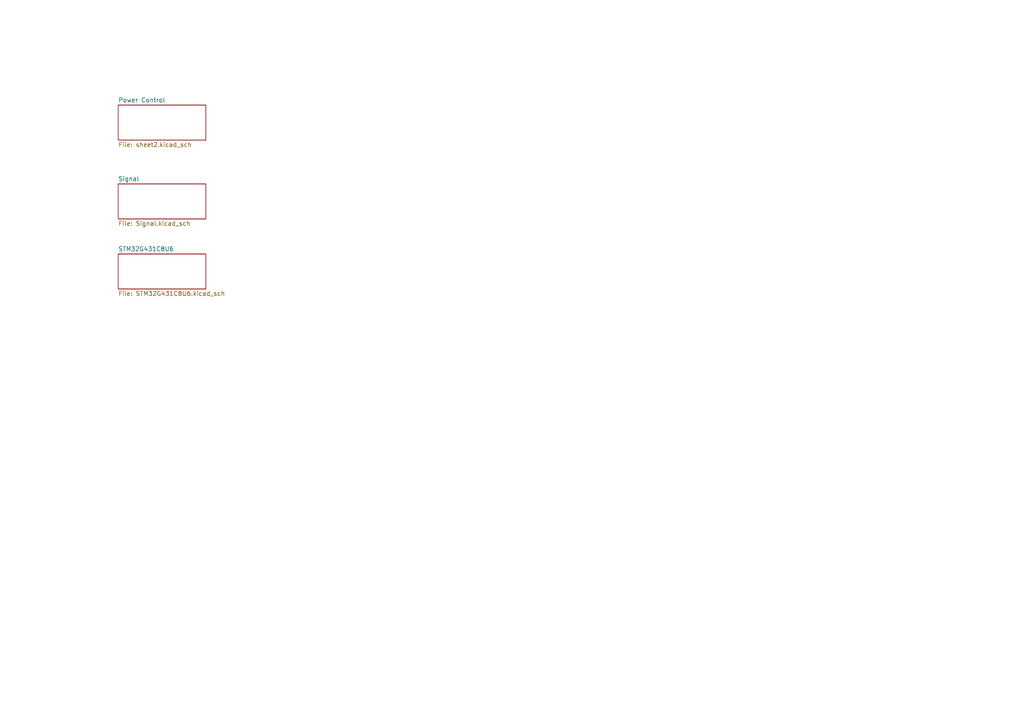
<source format=kicad_sch>
(kicad_sch
	(version 20250114)
	(generator "eeschema")
	(generator_version "9.0")
	(uuid "58786406-b4ba-475c-95ca-5f0150c8f1c7")
	(paper "A4")
	(lib_symbols)
	(sheet
		(at 34.29 53.34)
		(size 25.4 10.16)
		(exclude_from_sim no)
		(in_bom yes)
		(on_board yes)
		(dnp no)
		(fields_autoplaced yes)
		(stroke
			(width 0.1524)
			(type solid)
		)
		(fill
			(color 0 0 0 0.0000)
		)
		(uuid "39446186-465d-44c6-96a9-99ef222ae8fa")
		(property "Sheetname" "Signal"
			(at 34.29 52.6284 0)
			(effects
				(font
					(size 1.27 1.27)
				)
				(justify left bottom)
			)
		)
		(property "Sheetfile" "Signal.kicad_sch"
			(at 34.29 64.0846 0)
			(effects
				(font
					(size 1.27 1.27)
				)
				(justify left top)
			)
		)
		(instances
			(project "STM32 ESC PCB Design"
				(path "/58786406-b4ba-475c-95ca-5f0150c8f1c7"
					(page "3")
				)
			)
		)
	)
	(sheet
		(at 34.29 30.48)
		(size 25.4 10.16)
		(exclude_from_sim no)
		(in_bom yes)
		(on_board yes)
		(dnp no)
		(fields_autoplaced yes)
		(stroke
			(width 0.1524)
			(type solid)
		)
		(fill
			(color 0 0 0 0.0000)
		)
		(uuid "8ebf52f6-f575-47f0-8af1-e0bbbee8fb68")
		(property "Sheetname" "Power Control"
			(at 34.29 29.7684 0)
			(effects
				(font
					(size 1.27 1.27)
				)
				(justify left bottom)
			)
		)
		(property "Sheetfile" "sheet2.kicad_sch"
			(at 34.29 41.2246 0)
			(effects
				(font
					(size 1.27 1.27)
				)
				(justify left top)
			)
		)
		(instances
			(project "STM32 ESC PCB Design"
				(path "/58786406-b4ba-475c-95ca-5f0150c8f1c7"
					(page "2")
				)
			)
		)
	)
	(sheet
		(at 34.29 73.66)
		(size 25.4 10.16)
		(exclude_from_sim no)
		(in_bom yes)
		(on_board yes)
		(dnp no)
		(fields_autoplaced yes)
		(stroke
			(width 0.1524)
			(type solid)
		)
		(fill
			(color 0 0 0 0.0000)
		)
		(uuid "ffd1cd83-2639-41c0-8f47-68233a3c7949")
		(property "Sheetname" "STM32G431C8U6"
			(at 34.29 72.9484 0)
			(effects
				(font
					(size 1.27 1.27)
				)
				(justify left bottom)
			)
		)
		(property "Sheetfile" "STM32G431C8U6.kicad_sch"
			(at 34.29 84.4046 0)
			(effects
				(font
					(size 1.27 1.27)
				)
				(justify left top)
			)
		)
		(instances
			(project "STM32 ESC PCB Design"
				(path "/58786406-b4ba-475c-95ca-5f0150c8f1c7"
					(page "4")
				)
			)
		)
	)
	(sheet_instances
		(path "/"
			(page "1")
		)
	)
	(embedded_fonts no)
)

</source>
